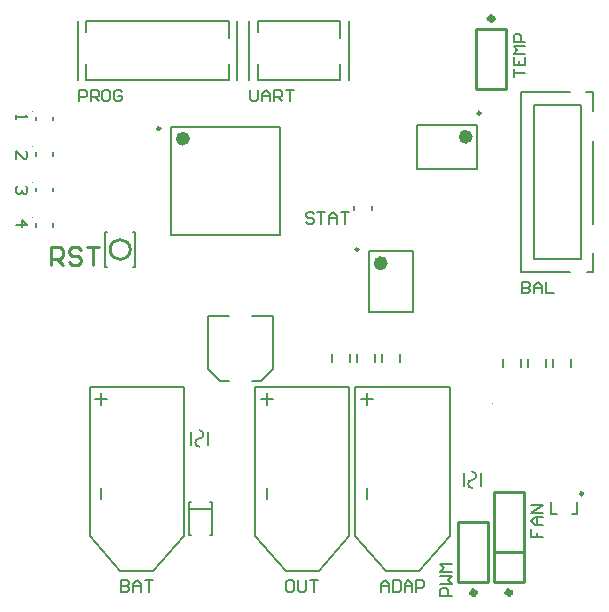
<source format=gto>
G04*
G04 #@! TF.GenerationSoftware,Altium Limited,Altium Designer,18.0.9 (584)*
G04*
G04 Layer_Color=65535*
%FSLAX25Y25*%
%MOIN*%
G70*
G01*
G75*
%ADD10C,0.01968*%
%ADD11C,0.00394*%
%ADD12C,0.02362*%
%ADD13C,0.00984*%
%ADD14C,0.01000*%
%ADD15C,0.00787*%
D10*
X162008Y194685D02*
G03*
X162008Y194685I-591J0D01*
G01*
X156102Y3347D02*
G03*
X156102Y3347I-591J0D01*
G01*
X167913D02*
G03*
X167913Y3347I-591J0D01*
G01*
D11*
X122809Y129246D02*
G03*
X122736Y129232I-72J183D01*
G01*
X8589Y163766D02*
G03*
X8661Y163779I72J-183D01*
G01*
X8589Y151955D02*
G03*
X8661Y151969I72J-183D01*
G01*
X8589Y140144D02*
G03*
X8661Y140157I72J-183D01*
G01*
X8589Y128333D02*
G03*
X8661Y128347I72J-183D01*
G01*
X161811Y66339D02*
G03*
X161811Y66339I-197J0D01*
G01*
X67913Y35236D02*
G03*
X67913Y35236I-197J0D01*
G01*
D12*
X59842Y154724D02*
G03*
X59842Y154724I-1181J0D01*
G01*
X125787Y113189D02*
G03*
X125787Y113189I-1181J0D01*
G01*
X154134Y155315D02*
G03*
X154134Y155315I-1181J0D01*
G01*
D13*
X51083Y158071D02*
G03*
X51083Y158071I-492J0D01*
G01*
X117224Y117717D02*
G03*
X117224Y117717I-492J0D01*
G01*
X192028Y36319D02*
G03*
X192028Y36319I-492J0D01*
G01*
X157973Y163189D02*
G03*
X157973Y163189I-492J0D01*
G01*
D14*
X41136Y117717D02*
G03*
X41136Y117717I-3341J0D01*
G01*
X166417Y181220D02*
Y191220D01*
X156417D02*
X166417D01*
Y171221D02*
Y191220D01*
X156417Y171221D02*
Y191220D01*
Y171221D02*
X166417D01*
X150512Y6811D02*
Y16811D01*
Y6811D02*
X160512D01*
X150512D02*
Y26811D01*
X160512Y6811D02*
Y26811D01*
X150512D02*
X160512D01*
X162323Y6811D02*
Y36811D01*
X172323D01*
Y6811D02*
Y36811D01*
X162323Y6811D02*
X172323D01*
X162323D02*
Y16811D01*
X172323D01*
X14567Y112598D02*
Y118596D01*
X17566D01*
X18566Y117597D01*
Y115597D01*
X17566Y114598D01*
X14567D01*
X16566D02*
X18566Y112598D01*
X24564Y117597D02*
X23564Y118596D01*
X21565D01*
X20565Y117597D01*
Y116597D01*
X21565Y115597D01*
X23564D01*
X24564Y114598D01*
Y113598D01*
X23564Y112598D01*
X21565D01*
X20565Y113598D01*
X26563Y118596D02*
X30562D01*
X28562D01*
Y112598D01*
D15*
X64173Y54724D02*
G03*
X64173Y51968I0J-1378D01*
G01*
X64173Y54724D02*
G03*
X64173Y57480I-0J1378D01*
G01*
X155118Y40945D02*
G03*
X155118Y38189I0J-1378D01*
G01*
X155118Y40945D02*
G03*
X155118Y43701I-0J1378D01*
G01*
X31496Y34449D02*
Y38386D01*
Y65945D02*
Y69882D01*
X29528Y67913D02*
X33465D01*
X27559Y72047D02*
X59055D01*
X27559Y22244D02*
Y72047D01*
X37795Y10630D02*
X48819D01*
X59055Y22244D02*
Y72047D01*
X48819Y10630D02*
X59055Y22244D01*
X27559D02*
X37795Y10630D01*
X175787Y114567D02*
Y165748D01*
X191535D01*
Y114567D02*
Y165748D01*
X175787Y114567D02*
X191535D01*
X195473Y126378D02*
Y153937D01*
Y110236D02*
Y116535D01*
X193504Y110236D02*
X195473D01*
Y163779D02*
Y170079D01*
X193110D02*
X195473D01*
X171457D02*
X187598D01*
X171457Y110236D02*
Y170079D01*
Y110236D02*
X187598D01*
X111221Y188386D02*
Y193898D01*
X83661D02*
X111221D01*
X80807Y174213D02*
Y193898D01*
X114075Y174213D02*
Y193898D01*
X83661Y174213D02*
X111221D01*
X83661D02*
Y179724D01*
Y190354D02*
Y193898D01*
X111221Y174213D02*
Y179724D01*
X121752Y131004D02*
Y132185D01*
X115847Y131004D02*
Y132185D01*
X9646Y160827D02*
Y162008D01*
X15551Y160827D02*
Y162008D01*
X9646Y149016D02*
Y150197D01*
X15551Y149016D02*
Y150197D01*
X9646Y137205D02*
Y138386D01*
X15551Y137205D02*
Y138386D01*
X9646Y125394D02*
Y126575D01*
X15551Y125394D02*
Y126575D01*
X23563Y174213D02*
Y193898D01*
X76831Y174213D02*
Y193898D01*
X73976Y188386D02*
Y193898D01*
X26417D02*
X73976D01*
X26417Y190354D02*
Y193898D01*
Y174213D02*
Y179724D01*
Y174213D02*
X73976D01*
Y179724D01*
X86614Y34449D02*
Y38386D01*
Y65945D02*
Y69882D01*
X84646Y67913D02*
X88583D01*
X82677Y72047D02*
X114173D01*
X82677Y22244D02*
Y72047D01*
X92913Y10630D02*
X103937D01*
X114173Y22244D02*
Y72047D01*
X103937Y10630D02*
X114173Y22244D01*
X82677D02*
X92913Y10630D01*
X120079Y34449D02*
Y38386D01*
Y65945D02*
Y69882D01*
X118110Y67913D02*
X122047D01*
X116142Y72047D02*
X147638D01*
X116142Y22244D02*
Y72047D01*
X126378Y10630D02*
X137402D01*
X147638Y22244D02*
Y72047D01*
X137402Y10630D02*
X147638Y22244D01*
X116142D02*
X126378Y10630D01*
X54724Y122441D02*
X90945D01*
X54724Y158661D02*
X90945D01*
Y122441D02*
Y158661D01*
X54724Y122441D02*
Y158661D01*
X120669Y97047D02*
Y117126D01*
X135236Y97047D02*
Y117126D01*
X120669D02*
X135236D01*
X120669Y97047D02*
X135236D01*
X32874Y111811D02*
X33465D01*
X32874Y123622D02*
X33465D01*
X42126D02*
X42717D01*
X42126Y111811D02*
X42717D01*
Y123622D01*
X32874Y111811D02*
Y123622D01*
X67028Y52559D02*
Y56890D01*
X61319Y52559D02*
Y56890D01*
X190157Y29626D02*
Y33563D01*
X188386Y29626D02*
X190157D01*
X181496D02*
Y33563D01*
Y29626D02*
X183268D01*
X60827Y31102D02*
X68307D01*
X60827Y22441D02*
X61417D01*
X60827Y33465D02*
X61417D01*
X67716Y22441D02*
X68307D01*
X67716Y33465D02*
X68307D01*
X60827Y22441D02*
Y33465D01*
X68307Y22441D02*
Y33465D01*
X71161Y73819D02*
X74016D01*
X67126Y77854D02*
X71161Y73819D01*
X84744D02*
X88779Y77854D01*
X81890Y73819D02*
X84744D01*
X67126Y77854D02*
Y95472D01*
X74016D01*
X81890D02*
X88779D01*
Y77854D02*
Y95472D01*
X187992Y78543D02*
Y81299D01*
X182087Y78543D02*
Y81299D01*
X136811Y159252D02*
X156890D01*
X136811Y144685D02*
X156890D01*
Y159252D01*
X136811Y144685D02*
Y159252D01*
X157972Y38780D02*
Y43110D01*
X152264Y38780D02*
Y43110D01*
X179724Y78543D02*
Y81299D01*
X173819Y78543D02*
Y81299D01*
X171457Y78543D02*
Y81299D01*
X165551Y78543D02*
Y81299D01*
X125000Y80118D02*
Y82874D01*
X130905Y80118D02*
Y82874D01*
X116732Y80118D02*
Y82874D01*
X122638Y80118D02*
Y82874D01*
X108465Y80118D02*
Y82874D01*
X114370Y80118D02*
Y82874D01*
X81200Y171036D02*
Y167756D01*
X81856Y167100D01*
X83168D01*
X83824Y167756D01*
Y171036D01*
X85136Y167100D02*
Y169724D01*
X86448Y171036D01*
X87760Y169724D01*
Y167100D01*
Y169068D01*
X85136D01*
X89072Y167100D02*
Y171036D01*
X91039D01*
X91695Y170380D01*
Y169068D01*
X91039Y168412D01*
X89072D01*
X90383D02*
X91695Y167100D01*
X93007Y171036D02*
X95631D01*
X94319D01*
Y167100D01*
X171834Y107025D02*
Y103089D01*
X173802D01*
X174458Y103745D01*
Y104401D01*
X173802Y105057D01*
X171834D01*
X173802D01*
X174458Y105713D01*
Y106369D01*
X173802Y107025D01*
X171834D01*
X175770Y103089D02*
Y105713D01*
X177082Y107025D01*
X178393Y105713D01*
Y103089D01*
Y105057D01*
X175770D01*
X179705Y107025D02*
Y103089D01*
X182329D01*
X38100Y7436D02*
Y3500D01*
X40068D01*
X40724Y4156D01*
Y4812D01*
X40068Y5468D01*
X38100D01*
X40068D01*
X40724Y6124D01*
Y6780D01*
X40068Y7436D01*
X38100D01*
X42036Y3500D02*
Y6124D01*
X43348Y7436D01*
X44660Y6124D01*
Y3500D01*
Y5468D01*
X42036D01*
X45972Y7436D02*
X48595D01*
X47283D01*
Y3500D01*
X174804Y24671D02*
Y22047D01*
X176772D01*
Y23359D01*
Y22047D01*
X178740D01*
Y25983D02*
X176116D01*
X174804Y27295D01*
X176116Y28607D01*
X178740D01*
X176772D01*
Y25983D01*
X178740Y29919D02*
X174804D01*
X178740Y32542D01*
X174804D01*
X148425Y2362D02*
X144490D01*
Y4330D01*
X145145Y4986D01*
X146457D01*
X147113Y4330D01*
Y2362D01*
X144490Y6298D02*
X148425D01*
X147113Y7610D01*
X148425Y8922D01*
X144490D01*
X148425Y10234D02*
X144490D01*
X145801Y11546D01*
X144490Y12857D01*
X148425D01*
X124700Y3500D02*
Y6124D01*
X126012Y7436D01*
X127324Y6124D01*
Y3500D01*
Y5468D01*
X124700D01*
X128636Y7436D02*
Y3500D01*
X130604D01*
X131260Y4156D01*
Y6780D01*
X130604Y7436D01*
X128636D01*
X132571Y3500D02*
Y6124D01*
X133883Y7436D01*
X135195Y6124D01*
Y3500D01*
Y5468D01*
X132571D01*
X136507Y3500D02*
Y7436D01*
X138475D01*
X139131Y6780D01*
Y5468D01*
X138475Y4812D01*
X136507D01*
X95168Y7436D02*
X93856D01*
X93200Y6780D01*
Y4156D01*
X93856Y3500D01*
X95168D01*
X95824Y4156D01*
Y6780D01*
X95168Y7436D01*
X97136D02*
Y4156D01*
X97792Y3500D01*
X99104D01*
X99760Y4156D01*
Y7436D01*
X101072D02*
X103695D01*
X102383D01*
Y3500D01*
X168899Y175197D02*
Y177821D01*
Y176509D01*
X172835D01*
X168899Y181756D02*
Y179133D01*
X172835D01*
Y181756D01*
X170867Y179133D02*
Y180445D01*
X172835Y183068D02*
X168899D01*
X170211Y184380D01*
X168899Y185692D01*
X172835D01*
Y187004D02*
X168899D01*
Y188972D01*
X169555Y189628D01*
X170867D01*
X171523Y188972D01*
Y187004D01*
X24000Y167100D02*
Y171036D01*
X25968D01*
X26624Y170380D01*
Y169068D01*
X25968Y168412D01*
X24000D01*
X27936Y167100D02*
Y171036D01*
X29904D01*
X30560Y170380D01*
Y169068D01*
X29904Y168412D01*
X27936D01*
X29248D02*
X30560Y167100D01*
X33839Y171036D02*
X32527D01*
X31872Y170380D01*
Y167756D01*
X32527Y167100D01*
X33839D01*
X34495Y167756D01*
Y170380D01*
X33839Y171036D01*
X38431Y170380D02*
X37775Y171036D01*
X36463D01*
X35807Y170380D01*
Y167756D01*
X36463Y167100D01*
X37775D01*
X38431Y167756D01*
Y169068D01*
X37119D01*
X2953Y125753D02*
X6888D01*
X4921Y127721D01*
Y125097D01*
X6233Y138821D02*
X6888Y138165D01*
Y136853D01*
X6233Y136197D01*
X5577D01*
X4921Y136853D01*
Y137509D01*
Y136853D01*
X4265Y136197D01*
X3609D01*
X2953Y136853D01*
Y138165D01*
X3609Y138821D01*
X2953Y147997D02*
Y150621D01*
X5577Y147997D01*
X6233D01*
X6888Y148653D01*
Y149965D01*
X6233Y150621D01*
X2953Y162421D02*
Y161109D01*
Y161765D01*
X6888D01*
X6233Y162421D01*
X102230Y129559D02*
X101574Y130215D01*
X100262D01*
X99606Y129559D01*
Y128903D01*
X100262Y128247D01*
X101574D01*
X102230Y127591D01*
Y126936D01*
X101574Y126279D01*
X100262D01*
X99606Y126936D01*
X103542Y130215D02*
X106166D01*
X104854D01*
Y126279D01*
X107478D02*
Y128903D01*
X108790Y130215D01*
X110102Y128903D01*
Y126279D01*
Y128247D01*
X107478D01*
X111414Y130215D02*
X114037D01*
X112725D01*
Y126279D01*
M02*

</source>
